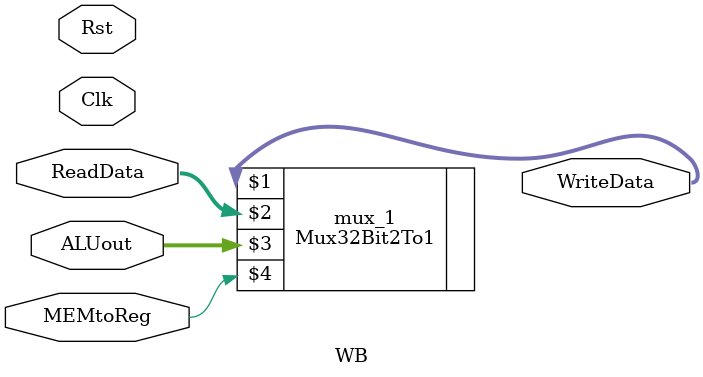
<source format=v>
`timescale 1ns / 1ps


module WB(Clk, Rst, ReadData, ALUout, WriteData, MEMtoReg);
    input Clk, Rst;
    input [31:0] ReadData, ALUout;
    input MEMtoReg;
    
    output [31:0] WriteData;
    
    Mux32Bit2To1 mux_1(WriteData, ReadData, ALUout, MEMtoReg);
    
endmodule

</source>
